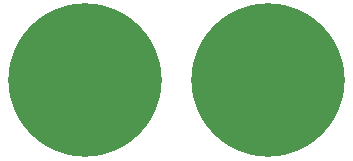
<source format=gbr>
%TF.GenerationSoftware,KiCad,Pcbnew,7.0.10*%
%TF.CreationDate,2025-02-23T01:37:13-06:00*%
%TF.ProjectId,Portal_Radio,506f7274-616c-45f5-9261-64696f2e6b69,rev?*%
%TF.SameCoordinates,Original*%
%TF.FileFunction,Paste,Top*%
%TF.FilePolarity,Positive*%
%FSLAX46Y46*%
G04 Gerber Fmt 4.6, Leading zero omitted, Abs format (unit mm)*
G04 Created by KiCad (PCBNEW 7.0.10) date 2025-02-23 01:37:13*
%MOMM*%
%LPD*%
G01*
G04 APERTURE LIST*
%ADD10C,13.000000*%
G04 APERTURE END LIST*
D10*
%TO.C,J5*%
X129794000Y-101346000D03*
%TD*%
%TO.C,J6*%
X145288000Y-101346000D03*
%TD*%
M02*

</source>
